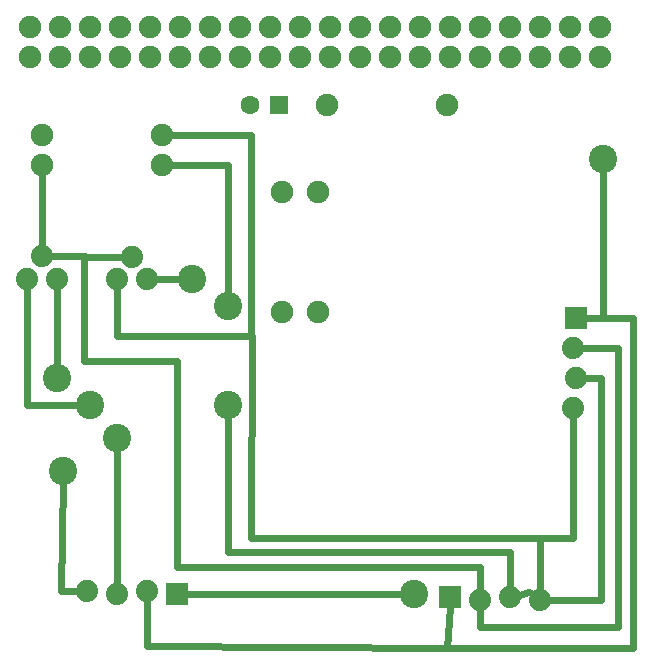
<source format=gbl>
G04 MADE WITH FRITZING*
G04 WWW.FRITZING.ORG*
G04 DOUBLE SIDED*
G04 HOLES PLATED*
G04 CONTOUR ON CENTER OF CONTOUR VECTOR*
%ASAXBY*%
%FSLAX23Y23*%
%MOIN*%
%OFA0B0*%
%SFA1.0B1.0*%
%ADD10C,0.075000*%
%ADD11C,0.094488*%
%ADD12C,0.075361*%
%ADD13C,0.062992*%
%ADD14C,0.074000*%
%ADD15R,0.062992X0.062992*%
%ADD16C,0.024000*%
%ADD17R,0.001000X0.001000*%
%LNCOPPER0*%
G90*
G70*
G54D10*
X1090Y1885D03*
X1490Y1885D03*
G54D11*
X2010Y1705D03*
X300Y885D03*
X640Y1305D03*
X190Y975D03*
X760Y885D03*
X760Y1215D03*
X390Y775D03*
X1380Y255D03*
X210Y665D03*
G54D12*
X100Y2045D03*
X200Y2045D03*
X300Y2045D03*
X400Y2045D03*
X500Y2045D03*
X600Y2045D03*
X700Y2045D03*
X800Y2045D03*
X900Y2045D03*
X1000Y2045D03*
X1100Y2045D03*
X1200Y2045D03*
X1300Y2045D03*
X1400Y2045D03*
X1500Y2045D03*
X1600Y2045D03*
X1700Y2045D03*
X1800Y2045D03*
X1900Y2045D03*
X2000Y2045D03*
X2000Y2145D03*
X1900Y2145D03*
X1800Y2145D03*
X1700Y2145D03*
X1600Y2145D03*
X1500Y2145D03*
X1400Y2145D03*
X1300Y2145D03*
X1200Y2145D03*
X1100Y2145D03*
X1000Y2145D03*
X900Y2145D03*
X800Y2145D03*
X700Y2145D03*
X600Y2145D03*
X500Y2145D03*
X400Y2145D03*
X300Y2145D03*
X200Y2145D03*
X100Y2145D03*
G54D13*
X930Y1885D03*
X832Y1885D03*
G54D10*
X1060Y1595D03*
X1060Y1195D03*
X940Y1595D03*
X940Y1195D03*
X140Y1685D03*
X540Y1685D03*
X140Y1785D03*
X540Y1785D03*
G54D14*
X1920Y1175D03*
X1910Y1075D03*
X1920Y975D03*
X1910Y875D03*
X590Y255D03*
X490Y265D03*
X390Y255D03*
X290Y265D03*
X1500Y245D03*
X1600Y235D03*
X1700Y245D03*
X1800Y235D03*
X390Y1305D03*
X440Y1380D03*
X490Y1305D03*
X89Y1307D03*
X139Y1382D03*
X189Y1307D03*
G54D15*
X930Y1885D03*
G54D16*
X2060Y1075D02*
X2060Y145D01*
D02*
X1941Y1075D02*
X2060Y1075D01*
D02*
X2060Y145D02*
X1600Y145D01*
D02*
X1600Y145D02*
X1600Y204D01*
D02*
X760Y1685D02*
X569Y1685D01*
D02*
X760Y1242D02*
X760Y1685D01*
D02*
X590Y346D02*
X589Y1034D01*
D02*
X589Y1034D02*
X280Y1034D01*
D02*
X1600Y346D02*
X590Y346D01*
D02*
X280Y1034D02*
X280Y1380D01*
D02*
X1600Y266D02*
X1600Y346D01*
D02*
X280Y1380D02*
X413Y1380D01*
D02*
X140Y1657D02*
X139Y1409D01*
D02*
X413Y1380D02*
X166Y1382D01*
D02*
X1499Y214D02*
X1491Y75D01*
D02*
X1491Y75D02*
X2111Y75D01*
D02*
X2111Y75D02*
X2111Y1175D01*
D02*
X1491Y75D02*
X490Y83D01*
D02*
X2111Y1175D02*
X1951Y1175D01*
D02*
X490Y83D02*
X490Y234D01*
D02*
X2010Y1175D02*
X2010Y1678D01*
D02*
X1951Y1175D02*
X2010Y1175D01*
D02*
X838Y1785D02*
X569Y1785D01*
D02*
X389Y1115D02*
X838Y1115D01*
D02*
X838Y1115D02*
X838Y1785D01*
D02*
X390Y1278D02*
X389Y1115D01*
D02*
X89Y885D02*
X273Y885D01*
D02*
X89Y1280D02*
X89Y885D01*
D02*
X613Y1305D02*
X517Y1305D01*
D02*
X189Y1280D02*
X190Y1002D01*
D02*
X390Y1116D02*
X390Y1278D01*
D02*
X838Y444D02*
X839Y1115D01*
D02*
X839Y1115D02*
X390Y1116D01*
D02*
X1800Y444D02*
X838Y444D01*
D02*
X1800Y266D02*
X1800Y444D01*
D02*
X760Y396D02*
X760Y858D01*
D02*
X1701Y396D02*
X760Y396D01*
D02*
X1700Y276D02*
X1701Y396D01*
D02*
X2003Y235D02*
X1832Y235D01*
D02*
X2003Y975D02*
X2003Y235D01*
D02*
X1951Y975D02*
X2003Y975D01*
D02*
X1910Y444D02*
X1800Y444D01*
D02*
X1910Y844D02*
X1910Y444D01*
D02*
X390Y286D02*
X390Y748D01*
D02*
X621Y255D02*
X1353Y255D01*
D02*
X203Y265D02*
X210Y638D01*
D02*
X259Y265D02*
X203Y265D01*
D02*
X1730Y254D02*
X1764Y264D01*
X1764Y264D02*
X1776Y255D01*
G54D17*
X1883Y1212D02*
X1956Y1212D01*
X1883Y1211D02*
X1956Y1211D01*
X1883Y1210D02*
X1956Y1210D01*
X1883Y1209D02*
X1956Y1209D01*
X1883Y1208D02*
X1956Y1208D01*
X1883Y1207D02*
X1956Y1207D01*
X1883Y1206D02*
X1956Y1206D01*
X1883Y1205D02*
X1956Y1205D01*
X1883Y1204D02*
X1956Y1204D01*
X1883Y1203D02*
X1956Y1203D01*
X1883Y1202D02*
X1956Y1202D01*
X1883Y1201D02*
X1956Y1201D01*
X1883Y1200D02*
X1956Y1200D01*
X1883Y1199D02*
X1956Y1199D01*
X1883Y1198D02*
X1956Y1198D01*
X1883Y1197D02*
X1956Y1197D01*
X1883Y1196D02*
X1956Y1196D01*
X1883Y1195D02*
X1914Y1195D01*
X1925Y1195D02*
X1956Y1195D01*
X1883Y1194D02*
X1911Y1194D01*
X1928Y1194D02*
X1956Y1194D01*
X1883Y1193D02*
X1909Y1193D01*
X1930Y1193D02*
X1956Y1193D01*
X1883Y1192D02*
X1908Y1192D01*
X1931Y1192D02*
X1956Y1192D01*
X1883Y1191D02*
X1906Y1191D01*
X1933Y1191D02*
X1956Y1191D01*
X1883Y1190D02*
X1905Y1190D01*
X1934Y1190D02*
X1956Y1190D01*
X1883Y1189D02*
X1904Y1189D01*
X1935Y1189D02*
X1956Y1189D01*
X1883Y1188D02*
X1903Y1188D01*
X1935Y1188D02*
X1956Y1188D01*
X1883Y1187D02*
X1903Y1187D01*
X1936Y1187D02*
X1956Y1187D01*
X1883Y1186D02*
X1902Y1186D01*
X1937Y1186D02*
X1956Y1186D01*
X1883Y1185D02*
X1901Y1185D01*
X1937Y1185D02*
X1956Y1185D01*
X1883Y1184D02*
X1901Y1184D01*
X1938Y1184D02*
X1956Y1184D01*
X1883Y1183D02*
X1900Y1183D01*
X1938Y1183D02*
X1956Y1183D01*
X1883Y1182D02*
X1900Y1182D01*
X1939Y1182D02*
X1956Y1182D01*
X1883Y1181D02*
X1900Y1181D01*
X1939Y1181D02*
X1956Y1181D01*
X1883Y1180D02*
X1899Y1180D01*
X1939Y1180D02*
X1956Y1180D01*
X1883Y1179D02*
X1899Y1179D01*
X1940Y1179D02*
X1956Y1179D01*
X1883Y1178D02*
X1899Y1178D01*
X1940Y1178D02*
X1956Y1178D01*
X1883Y1177D02*
X1899Y1177D01*
X1940Y1177D02*
X1956Y1177D01*
X1883Y1176D02*
X1899Y1176D01*
X1940Y1176D02*
X1956Y1176D01*
X1883Y1175D02*
X1899Y1175D01*
X1940Y1175D02*
X1956Y1175D01*
X1883Y1174D02*
X1899Y1174D01*
X1940Y1174D02*
X1956Y1174D01*
X1883Y1173D02*
X1899Y1173D01*
X1940Y1173D02*
X1956Y1173D01*
X1883Y1172D02*
X1899Y1172D01*
X1940Y1172D02*
X1956Y1172D01*
X1883Y1171D02*
X1899Y1171D01*
X1939Y1171D02*
X1956Y1171D01*
X1883Y1170D02*
X1900Y1170D01*
X1939Y1170D02*
X1956Y1170D01*
X1883Y1169D02*
X1900Y1169D01*
X1939Y1169D02*
X1956Y1169D01*
X1883Y1168D02*
X1900Y1168D01*
X1938Y1168D02*
X1956Y1168D01*
X1883Y1167D02*
X1901Y1167D01*
X1938Y1167D02*
X1956Y1167D01*
X1883Y1166D02*
X1901Y1166D01*
X1937Y1166D02*
X1956Y1166D01*
X1883Y1165D02*
X1902Y1165D01*
X1937Y1165D02*
X1956Y1165D01*
X1883Y1164D02*
X1903Y1164D01*
X1936Y1164D02*
X1956Y1164D01*
X1883Y1163D02*
X1904Y1163D01*
X1935Y1163D02*
X1956Y1163D01*
X1883Y1162D02*
X1904Y1162D01*
X1934Y1162D02*
X1956Y1162D01*
X1883Y1161D02*
X1905Y1161D01*
X1933Y1161D02*
X1956Y1161D01*
X1883Y1160D02*
X1907Y1160D01*
X1932Y1160D02*
X1956Y1160D01*
X1883Y1159D02*
X1908Y1159D01*
X1931Y1159D02*
X1956Y1159D01*
X1883Y1158D02*
X1910Y1158D01*
X1929Y1158D02*
X1956Y1158D01*
X1883Y1157D02*
X1912Y1157D01*
X1927Y1157D02*
X1956Y1157D01*
X1883Y1156D02*
X1915Y1156D01*
X1924Y1156D02*
X1956Y1156D01*
X1883Y1155D02*
X1956Y1155D01*
X1883Y1154D02*
X1956Y1154D01*
X1883Y1153D02*
X1956Y1153D01*
X1883Y1152D02*
X1956Y1152D01*
X1883Y1151D02*
X1956Y1151D01*
X1883Y1150D02*
X1956Y1150D01*
X1883Y1149D02*
X1956Y1149D01*
X1883Y1148D02*
X1956Y1148D01*
X1883Y1147D02*
X1956Y1147D01*
X1883Y1146D02*
X1956Y1146D01*
X1883Y1145D02*
X1956Y1145D01*
X1883Y1144D02*
X1956Y1144D01*
X1883Y1143D02*
X1956Y1143D01*
X1883Y1142D02*
X1956Y1142D01*
X1883Y1141D02*
X1956Y1141D01*
X1883Y1140D02*
X1956Y1140D01*
X1883Y1139D02*
X1956Y1139D01*
X553Y292D02*
X626Y292D01*
X553Y291D02*
X626Y291D01*
X553Y290D02*
X626Y290D01*
X553Y289D02*
X626Y289D01*
X553Y288D02*
X626Y288D01*
X553Y287D02*
X626Y287D01*
X553Y286D02*
X626Y286D01*
X553Y285D02*
X626Y285D01*
X553Y284D02*
X626Y284D01*
X553Y283D02*
X626Y283D01*
X553Y282D02*
X626Y282D01*
X1463Y282D02*
X1536Y282D01*
X553Y281D02*
X626Y281D01*
X1463Y281D02*
X1536Y281D01*
X553Y280D02*
X626Y280D01*
X1463Y280D02*
X1536Y280D01*
X553Y279D02*
X626Y279D01*
X1463Y279D02*
X1536Y279D01*
X553Y278D02*
X626Y278D01*
X1463Y278D02*
X1536Y278D01*
X553Y277D02*
X626Y277D01*
X1463Y277D02*
X1536Y277D01*
X553Y276D02*
X626Y276D01*
X1463Y276D02*
X1536Y276D01*
X553Y275D02*
X584Y275D01*
X595Y275D02*
X626Y275D01*
X1463Y275D02*
X1536Y275D01*
X553Y274D02*
X581Y274D01*
X598Y274D02*
X626Y274D01*
X1463Y274D02*
X1536Y274D01*
X553Y273D02*
X579Y273D01*
X600Y273D02*
X626Y273D01*
X1463Y273D02*
X1536Y273D01*
X553Y272D02*
X578Y272D01*
X602Y272D02*
X626Y272D01*
X1463Y272D02*
X1536Y272D01*
X553Y271D02*
X576Y271D01*
X603Y271D02*
X626Y271D01*
X1463Y271D02*
X1536Y271D01*
X553Y270D02*
X575Y270D01*
X604Y270D02*
X626Y270D01*
X1463Y270D02*
X1536Y270D01*
X553Y269D02*
X574Y269D01*
X605Y269D02*
X626Y269D01*
X1463Y269D02*
X1536Y269D01*
X553Y268D02*
X573Y268D01*
X606Y268D02*
X626Y268D01*
X1463Y268D02*
X1536Y268D01*
X553Y267D02*
X573Y267D01*
X607Y267D02*
X626Y267D01*
X1463Y267D02*
X1536Y267D01*
X553Y266D02*
X572Y266D01*
X607Y266D02*
X626Y266D01*
X1463Y266D02*
X1536Y266D01*
X553Y265D02*
X572Y265D01*
X608Y265D02*
X626Y265D01*
X1463Y265D02*
X1494Y265D01*
X1505Y265D02*
X1536Y265D01*
X553Y264D02*
X571Y264D01*
X608Y264D02*
X626Y264D01*
X1463Y264D02*
X1491Y264D01*
X1508Y264D02*
X1536Y264D01*
X553Y263D02*
X571Y263D01*
X609Y263D02*
X626Y263D01*
X1463Y263D02*
X1489Y263D01*
X1510Y263D02*
X1536Y263D01*
X553Y262D02*
X570Y262D01*
X609Y262D02*
X626Y262D01*
X1463Y262D02*
X1488Y262D01*
X1512Y262D02*
X1536Y262D01*
X553Y261D02*
X570Y261D01*
X609Y261D02*
X626Y261D01*
X1463Y261D02*
X1486Y261D01*
X1513Y261D02*
X1536Y261D01*
X553Y260D02*
X570Y260D01*
X610Y260D02*
X626Y260D01*
X1463Y260D02*
X1485Y260D01*
X1514Y260D02*
X1536Y260D01*
X553Y259D02*
X569Y259D01*
X610Y259D02*
X626Y259D01*
X1463Y259D02*
X1484Y259D01*
X1515Y259D02*
X1536Y259D01*
X553Y258D02*
X569Y258D01*
X610Y258D02*
X626Y258D01*
X1463Y258D02*
X1484Y258D01*
X1516Y258D02*
X1536Y258D01*
X553Y257D02*
X569Y257D01*
X610Y257D02*
X626Y257D01*
X1463Y257D02*
X1483Y257D01*
X1517Y257D02*
X1536Y257D01*
X553Y256D02*
X569Y256D01*
X610Y256D02*
X626Y256D01*
X1463Y256D02*
X1482Y256D01*
X1517Y256D02*
X1536Y256D01*
X553Y255D02*
X569Y255D01*
X610Y255D02*
X626Y255D01*
X1463Y255D02*
X1482Y255D01*
X1518Y255D02*
X1536Y255D01*
X553Y254D02*
X569Y254D01*
X610Y254D02*
X626Y254D01*
X1463Y254D02*
X1481Y254D01*
X1518Y254D02*
X1536Y254D01*
X553Y253D02*
X569Y253D01*
X610Y253D02*
X626Y253D01*
X1463Y253D02*
X1481Y253D01*
X1519Y253D02*
X1536Y253D01*
X553Y252D02*
X569Y252D01*
X610Y252D02*
X626Y252D01*
X1463Y252D02*
X1480Y252D01*
X1519Y252D02*
X1536Y252D01*
X553Y251D02*
X570Y251D01*
X610Y251D02*
X626Y251D01*
X1463Y251D02*
X1480Y251D01*
X1519Y251D02*
X1536Y251D01*
X553Y250D02*
X570Y250D01*
X609Y250D02*
X626Y250D01*
X1463Y250D02*
X1480Y250D01*
X1520Y250D02*
X1536Y250D01*
X553Y249D02*
X570Y249D01*
X609Y249D02*
X626Y249D01*
X1463Y249D02*
X1480Y249D01*
X1520Y249D02*
X1536Y249D01*
X553Y248D02*
X571Y248D01*
X609Y248D02*
X626Y248D01*
X1463Y248D02*
X1479Y248D01*
X1520Y248D02*
X1536Y248D01*
X553Y247D02*
X571Y247D01*
X608Y247D02*
X626Y247D01*
X1463Y247D02*
X1479Y247D01*
X1520Y247D02*
X1536Y247D01*
X553Y246D02*
X572Y246D01*
X608Y246D02*
X626Y246D01*
X1463Y246D02*
X1479Y246D01*
X1520Y246D02*
X1536Y246D01*
X553Y245D02*
X572Y245D01*
X607Y245D02*
X626Y245D01*
X1463Y245D02*
X1479Y245D01*
X1520Y245D02*
X1536Y245D01*
X553Y244D02*
X573Y244D01*
X606Y244D02*
X626Y244D01*
X1463Y244D02*
X1479Y244D01*
X1520Y244D02*
X1536Y244D01*
X553Y243D02*
X574Y243D01*
X605Y243D02*
X626Y243D01*
X1463Y243D02*
X1479Y243D01*
X1520Y243D02*
X1536Y243D01*
X553Y242D02*
X575Y242D01*
X605Y242D02*
X626Y242D01*
X1463Y242D02*
X1480Y242D01*
X1520Y242D02*
X1536Y242D01*
X553Y241D02*
X576Y241D01*
X604Y241D02*
X626Y241D01*
X1463Y241D02*
X1480Y241D01*
X1520Y241D02*
X1536Y241D01*
X553Y240D02*
X577Y240D01*
X602Y240D02*
X626Y240D01*
X1463Y240D02*
X1480Y240D01*
X1519Y240D02*
X1536Y240D01*
X553Y239D02*
X578Y239D01*
X601Y239D02*
X626Y239D01*
X1463Y239D02*
X1480Y239D01*
X1519Y239D02*
X1536Y239D01*
X553Y238D02*
X580Y238D01*
X599Y238D02*
X626Y238D01*
X1463Y238D02*
X1481Y238D01*
X1519Y238D02*
X1536Y238D01*
X553Y237D02*
X582Y237D01*
X597Y237D02*
X626Y237D01*
X1463Y237D02*
X1481Y237D01*
X1518Y237D02*
X1536Y237D01*
X553Y236D02*
X586Y236D01*
X593Y236D02*
X626Y236D01*
X1463Y236D02*
X1482Y236D01*
X1518Y236D02*
X1536Y236D01*
X553Y235D02*
X626Y235D01*
X1463Y235D02*
X1482Y235D01*
X1517Y235D02*
X1536Y235D01*
X553Y234D02*
X626Y234D01*
X1463Y234D02*
X1483Y234D01*
X1516Y234D02*
X1536Y234D01*
X553Y233D02*
X626Y233D01*
X1463Y233D02*
X1484Y233D01*
X1516Y233D02*
X1536Y233D01*
X553Y232D02*
X626Y232D01*
X1463Y232D02*
X1485Y232D01*
X1515Y232D02*
X1536Y232D01*
X553Y231D02*
X626Y231D01*
X1463Y231D02*
X1486Y231D01*
X1514Y231D02*
X1536Y231D01*
X553Y230D02*
X626Y230D01*
X1463Y230D02*
X1487Y230D01*
X1512Y230D02*
X1536Y230D01*
X553Y229D02*
X626Y229D01*
X1463Y229D02*
X1488Y229D01*
X1511Y229D02*
X1536Y229D01*
X553Y228D02*
X626Y228D01*
X1463Y228D02*
X1490Y228D01*
X1509Y228D02*
X1536Y228D01*
X553Y227D02*
X626Y227D01*
X1463Y227D02*
X1492Y227D01*
X1507Y227D02*
X1536Y227D01*
X553Y226D02*
X626Y226D01*
X1463Y226D02*
X1496Y226D01*
X1504Y226D02*
X1536Y226D01*
X553Y225D02*
X626Y225D01*
X1463Y225D02*
X1536Y225D01*
X553Y224D02*
X626Y224D01*
X1463Y224D02*
X1536Y224D01*
X553Y223D02*
X626Y223D01*
X1463Y223D02*
X1536Y223D01*
X553Y222D02*
X626Y222D01*
X1463Y222D02*
X1536Y222D01*
X553Y221D02*
X626Y221D01*
X1463Y221D02*
X1536Y221D01*
X553Y220D02*
X626Y220D01*
X1463Y220D02*
X1536Y220D01*
X553Y219D02*
X626Y219D01*
X1463Y219D02*
X1536Y219D01*
X1463Y218D02*
X1536Y218D01*
X1463Y217D02*
X1536Y217D01*
X1463Y216D02*
X1536Y216D01*
X1463Y215D02*
X1536Y215D01*
X1463Y214D02*
X1536Y214D01*
X1463Y213D02*
X1536Y213D01*
X1463Y212D02*
X1536Y212D01*
X1463Y211D02*
X1536Y211D01*
X1463Y210D02*
X1536Y210D01*
X1463Y209D02*
X1536Y209D01*
D02*
G04 End of Copper0*
M02*
</source>
